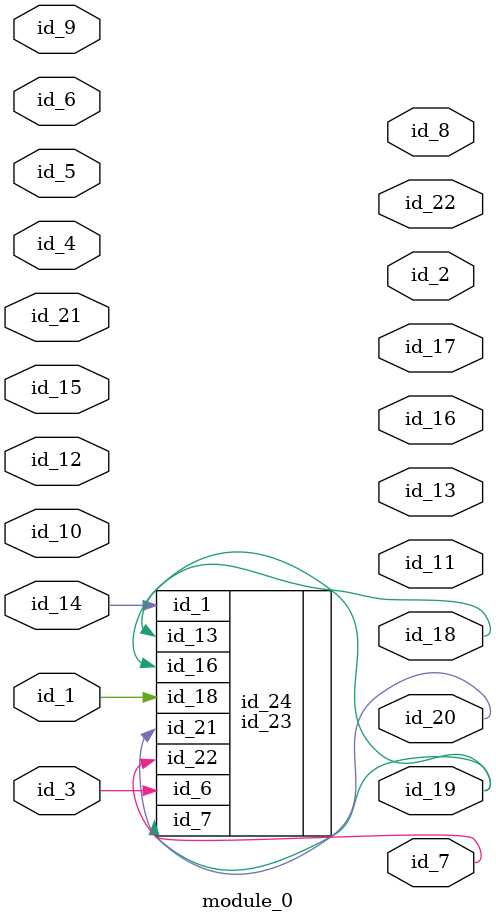
<source format=v>
module module_0 (
    id_1,
    id_2,
    id_3,
    id_4,
    id_5,
    id_6,
    id_7,
    id_8,
    id_9,
    id_10,
    id_11,
    id_12,
    id_13,
    id_14,
    id_15,
    id_16,
    id_17,
    id_18,
    id_19,
    id_20,
    id_21,
    id_22
);
  output id_22;
  input id_21;
  output id_20;
  output id_19;
  output id_18;
  output id_17;
  output id_16;
  input id_15;
  input id_14;
  output id_13;
  input id_12;
  output id_11;
  input id_10;
  input id_9;
  output id_8;
  output id_7;
  input id_6;
  input id_5;
  input id_4;
  input id_3;
  output id_2;
  input id_1;
  id_23 id_24 (
      .id_21(id_20),
      .id_22(id_7),
      .id_16(id_19),
      .id_7 (id_19),
      .id_1 (id_2),
      .id_18(id_1),
      .id_6 (id_18),
      .id_1 (id_14),
      .id_13(id_19),
      .id_6 (id_3),
      .id_13(id_18)
  );
endmodule

</source>
